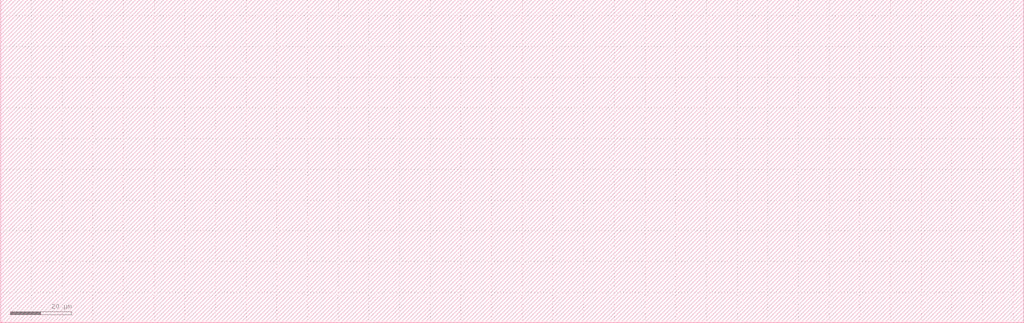
<source format=lef>
VERSION 5.6 ;

MACRO ExampleMacro_333x105
  CLASS BLOCK ; 
  ORIGIN 0 0 ;
  SIZE 333.42 BY 105.28 ;
END ExampleMacro_333x105
END LIBRARY

</source>
